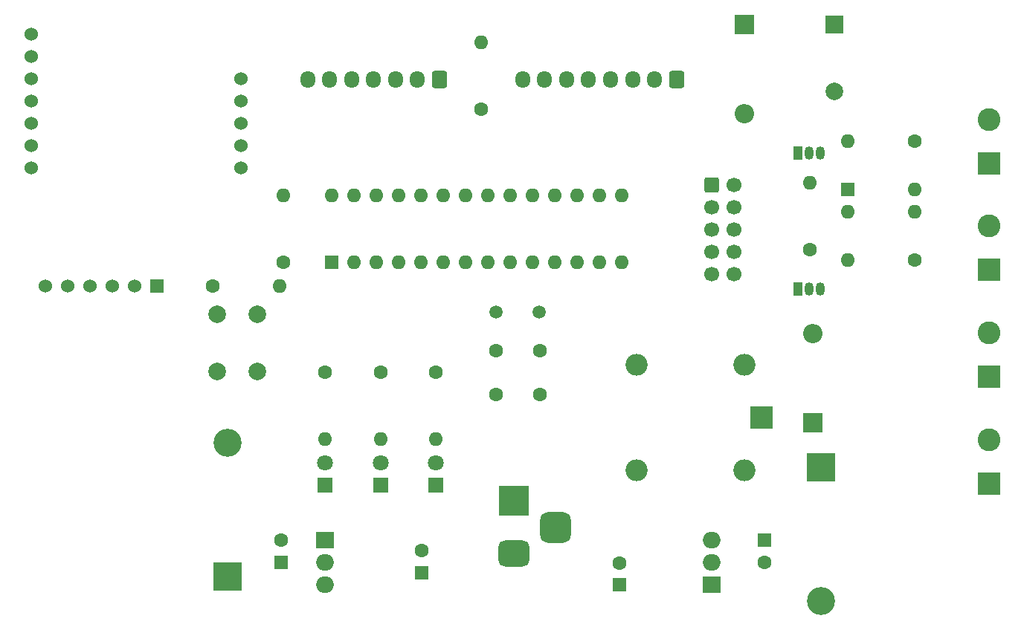
<source format=gbr>
%TF.GenerationSoftware,KiCad,Pcbnew,8.0.5*%
%TF.CreationDate,2024-11-10T22:18:13+02:00*%
%TF.ProjectId,LockBoard,4c6f636b-426f-4617-9264-2e6b69636164,rev?*%
%TF.SameCoordinates,Original*%
%TF.FileFunction,Copper,L1,Top*%
%TF.FilePolarity,Positive*%
%FSLAX46Y46*%
G04 Gerber Fmt 4.6, Leading zero omitted, Abs format (unit mm)*
G04 Created by KiCad (PCBNEW 8.0.5) date 2024-11-10 22:18:13*
%MOMM*%
%LPD*%
G01*
G04 APERTURE LIST*
G04 Aperture macros list*
%AMRoundRect*
0 Rectangle with rounded corners*
0 $1 Rounding radius*
0 $2 $3 $4 $5 $6 $7 $8 $9 X,Y pos of 4 corners*
0 Add a 4 corners polygon primitive as box body*
4,1,4,$2,$3,$4,$5,$6,$7,$8,$9,$2,$3,0*
0 Add four circle primitives for the rounded corners*
1,1,$1+$1,$2,$3*
1,1,$1+$1,$4,$5*
1,1,$1+$1,$6,$7*
1,1,$1+$1,$8,$9*
0 Add four rect primitives between the rounded corners*
20,1,$1+$1,$2,$3,$4,$5,0*
20,1,$1+$1,$4,$5,$6,$7,0*
20,1,$1+$1,$6,$7,$8,$9,0*
20,1,$1+$1,$8,$9,$2,$3,0*%
G04 Aperture macros list end*
%TA.AperFunction,ComponentPad*%
%ADD10R,1.600000X1.600000*%
%TD*%
%TA.AperFunction,ComponentPad*%
%ADD11C,1.600000*%
%TD*%
%TA.AperFunction,ComponentPad*%
%ADD12R,2.500000X2.500000*%
%TD*%
%TA.AperFunction,ComponentPad*%
%ADD13O,2.500000X2.500000*%
%TD*%
%TA.AperFunction,ComponentPad*%
%ADD14R,1.800000X1.800000*%
%TD*%
%TA.AperFunction,ComponentPad*%
%ADD15C,1.800000*%
%TD*%
%TA.AperFunction,ComponentPad*%
%ADD16R,2.600000X2.600000*%
%TD*%
%TA.AperFunction,ComponentPad*%
%ADD17C,2.600000*%
%TD*%
%TA.AperFunction,ComponentPad*%
%ADD18C,1.500000*%
%TD*%
%TA.AperFunction,ComponentPad*%
%ADD19R,3.500000X3.500000*%
%TD*%
%TA.AperFunction,ComponentPad*%
%ADD20RoundRect,0.750000X1.000000X-0.750000X1.000000X0.750000X-1.000000X0.750000X-1.000000X-0.750000X0*%
%TD*%
%TA.AperFunction,ComponentPad*%
%ADD21RoundRect,0.875000X0.875000X-0.875000X0.875000X0.875000X-0.875000X0.875000X-0.875000X-0.875000X0*%
%TD*%
%TA.AperFunction,ComponentPad*%
%ADD22O,1.600000X1.600000*%
%TD*%
%TA.AperFunction,ComponentPad*%
%ADD23R,2.200000X2.200000*%
%TD*%
%TA.AperFunction,ComponentPad*%
%ADD24O,2.200000X2.200000*%
%TD*%
%TA.AperFunction,ComponentPad*%
%ADD25R,1.050000X1.500000*%
%TD*%
%TA.AperFunction,ComponentPad*%
%ADD26O,1.050000X1.500000*%
%TD*%
%TA.AperFunction,ComponentPad*%
%ADD27R,3.200000X3.200000*%
%TD*%
%TA.AperFunction,ComponentPad*%
%ADD28O,3.200000X3.200000*%
%TD*%
%TA.AperFunction,ComponentPad*%
%ADD29R,2.000000X1.905000*%
%TD*%
%TA.AperFunction,ComponentPad*%
%ADD30O,2.000000X1.905000*%
%TD*%
%TA.AperFunction,ComponentPad*%
%ADD31C,2.000000*%
%TD*%
%TA.AperFunction,ComponentPad*%
%ADD32R,2.000000X2.000000*%
%TD*%
%TA.AperFunction,ComponentPad*%
%ADD33RoundRect,0.250000X0.600000X0.725000X-0.600000X0.725000X-0.600000X-0.725000X0.600000X-0.725000X0*%
%TD*%
%TA.AperFunction,ComponentPad*%
%ADD34O,1.700000X1.950000*%
%TD*%
%TA.AperFunction,ComponentPad*%
%ADD35RoundRect,0.250000X-0.600000X-0.600000X0.600000X-0.600000X0.600000X0.600000X-0.600000X0.600000X0*%
%TD*%
%TA.AperFunction,ComponentPad*%
%ADD36C,1.700000*%
%TD*%
%TA.AperFunction,ComponentPad*%
%ADD37C,1.524000*%
%TD*%
%TA.AperFunction,ComponentPad*%
%ADD38R,1.524000X1.524000*%
%TD*%
G04 APERTURE END LIST*
D10*
%TO.P,C4,1*%
%TO.N,+12V*%
X142500000Y-134540000D03*
D11*
%TO.P,C4,2*%
%TO.N,GND*%
X142500000Y-132040000D03*
%TD*%
D12*
%TO.P,K1,1*%
%TO.N,Net-(J8-Pin_1)*%
X158700000Y-115500000D03*
D13*
%TO.P,K1,2*%
%TO.N,Net-(D1-A)*%
X156700000Y-109500000D03*
%TO.P,K1,3*%
%TO.N,+12V*%
X144500000Y-109500000D03*
%TO.P,K1,4*%
%TO.N,GND*%
X144500000Y-121500000D03*
%TO.P,K1,5*%
%TO.N,+12V*%
X156700000Y-121500000D03*
%TD*%
D14*
%TO.P,D5,1,A*%
%TO.N,+12V*%
X115320375Y-123170000D03*
D15*
%TO.P,D5,2,K*%
%TO.N,Net-(D5-K)*%
X115320375Y-120630000D03*
%TD*%
D16*
%TO.P,MAGNETIC,1,Pin_1*%
%TO.N,/CLOSED_PROXIMITY*%
X184555000Y-123000000D03*
D17*
%TO.P,MAGNETIC,2,Pin_2*%
%TO.N,GND*%
X184555000Y-118000000D03*
%TD*%
D10*
%TO.P,C6,1*%
%TO.N,+3.3V*%
X104000000Y-131960000D03*
D11*
%TO.P,C6,2*%
%TO.N,GND*%
X104000000Y-129460000D03*
%TD*%
D18*
%TO.P,Y1,1,1*%
%TO.N,Net-(U1-XTAL2{slash}PB7)*%
X133380000Y-103500000D03*
%TO.P,Y1,2,2*%
%TO.N,Net-(U1-XTAL1{slash}PB6)*%
X128500000Y-103500000D03*
%TD*%
D19*
%TO.P,J1,1*%
%TO.N,+12V*%
X130500000Y-125000000D03*
D20*
%TO.P,J1,2*%
%TO.N,GND*%
X130500000Y-131000000D03*
D21*
%TO.P,J1,3*%
X135200000Y-128000000D03*
%TD*%
D11*
%TO.P,R7,1*%
%TO.N,GND*%
X109000000Y-110310000D03*
D22*
%TO.P,R7,2*%
%TO.N,Net-(D7-K)*%
X109000000Y-117930000D03*
%TD*%
D11*
%TO.P,C1,1*%
%TO.N,Net-(U1-XTAL1{slash}PB6)*%
X128490000Y-107880000D03*
%TO.P,C1,2*%
%TO.N,GND*%
X128490000Y-112880000D03*
%TD*%
%TO.P,R1,1*%
%TO.N,/RESET*%
X104250000Y-97810000D03*
D22*
%TO.P,R1,2*%
%TO.N,+5V*%
X104250000Y-90190000D03*
%TD*%
D23*
%TO.P,D1,1,K*%
%TO.N,+12V*%
X164500000Y-116080000D03*
D24*
%TO.P,D1,2,A*%
%TO.N,Net-(D1-A)*%
X164500000Y-105920000D03*
%TD*%
D16*
%TO.P,J6,1,Pin_1*%
%TO.N,/CLOSE_LIMIT*%
X184555000Y-98666666D03*
D17*
%TO.P,J6,2,Pin_2*%
%TO.N,GND*%
X184555000Y-93666666D03*
%TD*%
D25*
%TO.P,Q1,1,C*%
%TO.N,Net-(D1-A)*%
X162875000Y-100860000D03*
D26*
%TO.P,Q1,2,B*%
%TO.N,Net-(Q1-B)*%
X164145000Y-100860000D03*
%TO.P,Q1,3,E*%
%TO.N,GND*%
X165415000Y-100860000D03*
%TD*%
D27*
%TO.P,D3,1,K*%
%TO.N,+3.3V*%
X97859250Y-133620000D03*
D28*
%TO.P,D3,2,A*%
%TO.N,GND*%
X97859250Y-118380000D03*
%TD*%
D29*
%TO.P,U4,1,GND*%
%TO.N,GND*%
X109000000Y-129460000D03*
D30*
%TO.P,U4,2,VO*%
%TO.N,+3.3V*%
X109000000Y-132000000D03*
%TO.P,U4,3,VI*%
%TO.N,+12V*%
X109000000Y-134540000D03*
%TD*%
D31*
%TO.P,SW1,1,1*%
%TO.N,GND*%
X96750000Y-110250000D03*
X96750000Y-103750000D03*
%TO.P,SW1,2,2*%
%TO.N,/RESET*%
X101250000Y-110250000D03*
X101250000Y-103750000D03*
%TD*%
D11*
%TO.P,R6,1*%
%TO.N,GND*%
X121640750Y-110310000D03*
D22*
%TO.P,R6,2*%
%TO.N,Net-(D6-K)*%
X121640750Y-117930000D03*
%TD*%
D11*
%TO.P,R10,1*%
%TO.N,/SD_CS*%
X96190000Y-100500000D03*
D22*
%TO.P,R10,2*%
X103810000Y-100500000D03*
%TD*%
D10*
%TO.P,C5,1*%
%TO.N,+12V*%
X120000000Y-133152651D03*
D11*
%TO.P,C5,2*%
%TO.N,GND*%
X120000000Y-130652651D03*
%TD*%
D14*
%TO.P,D6,1,A*%
%TO.N,+5V*%
X121640750Y-123170000D03*
D15*
%TO.P,D6,2,K*%
%TO.N,Net-(D6-K)*%
X121640750Y-120630000D03*
%TD*%
D32*
%TO.P,BZ1,1,+*%
%TO.N,+12V*%
X167000000Y-70700000D03*
D31*
%TO.P,BZ1,2,-*%
%TO.N,Net-(BZ1--)*%
X167000000Y-78300000D03*
%TD*%
D23*
%TO.P,D4,1,K*%
%TO.N,+12V*%
X156730000Y-70700000D03*
D24*
%TO.P,D4,2,A*%
%TO.N,Net-(BZ1--)*%
X156730000Y-80860000D03*
%TD*%
D11*
%TO.P,R5,1*%
%TO.N,GND*%
X115320375Y-110310000D03*
D22*
%TO.P,R5,2*%
%TO.N,Net-(D5-K)*%
X115320375Y-117930000D03*
%TD*%
D16*
%TO.P,J5,1,Pin_1*%
%TO.N,/OPEN_LIMIT*%
X184555000Y-86500000D03*
D17*
%TO.P,J5,2,Pin_2*%
%TO.N,GND*%
X184555000Y-81500000D03*
%TD*%
D27*
%TO.P,D2,1,K*%
%TO.N,+5V*%
X165500000Y-121150000D03*
D28*
%TO.P,D2,2,A*%
%TO.N,GND*%
X165500000Y-136390000D03*
%TD*%
D33*
%TO.P,U5,1,VCC*%
%TO.N,+3.3V*%
X149000000Y-77000000D03*
D34*
%TO.P,U5,2,RST*%
%TO.N,/RFID_RST*%
X146500000Y-77000000D03*
%TO.P,U5,3,GND*%
%TO.N,GND*%
X144000000Y-77000000D03*
%TO.P,U5,4,IRQ*%
%TO.N,unconnected-(U5-IRQ-Pad4)*%
X141500000Y-77000000D03*
%TO.P,U5,5,MISO/SCL/TX*%
%TO.N,/MISO*%
X139000000Y-77000000D03*
%TO.P,U5,6,MOSI*%
%TO.N,/MOSI*%
X136500000Y-77000000D03*
%TO.P,U5,7,SCK*%
%TO.N,/SPI_SCK*%
X134000000Y-77000000D03*
%TO.P,U5,8,SS/SDA/RX*%
%TO.N,/SPI_SDA*%
X131500000Y-77000000D03*
%TD*%
D35*
%TO.P,J7,1,Pin_1*%
%TO.N,/MOSI*%
X153000000Y-89000000D03*
D36*
%TO.P,J7,2,Pin_2*%
%TO.N,+5V*%
X155540000Y-89000000D03*
%TO.P,J7,3,Pin_3*%
%TO.N,unconnected-(J7-Pin_3-Pad3)*%
X153000000Y-91540000D03*
%TO.P,J7,4,Pin_4*%
%TO.N,unconnected-(J7-Pin_4-Pad4)*%
X155540000Y-91540000D03*
%TO.P,J7,5,Pin_5*%
%TO.N,/RESET*%
X153000000Y-94080000D03*
%TO.P,J7,6,Pin_6*%
%TO.N,unconnected-(J7-Pin_6-Pad6)*%
X155540000Y-94080000D03*
%TO.P,J7,7,Pin_7*%
%TO.N,/SPI_SCK*%
X153000000Y-96620000D03*
%TO.P,J7,8,Pin_8*%
%TO.N,GND*%
X155540000Y-96620000D03*
%TO.P,J7,9,Pin_9*%
%TO.N,/MISO*%
X153000000Y-99160000D03*
%TO.P,J7,10,Pin_10*%
%TO.N,GND*%
X155540000Y-99160000D03*
%TD*%
D10*
%TO.P,C3,1*%
%TO.N,+5V*%
X159000000Y-129460000D03*
D11*
%TO.P,C3,2*%
%TO.N,GND*%
X159000000Y-131960000D03*
%TD*%
%TO.P,R4,1*%
%TO.N,/BUZZER*%
X164165000Y-96310000D03*
D22*
%TO.P,R4,2*%
%TO.N,Net-(Q2-B)*%
X164165000Y-88690000D03*
%TD*%
D37*
%TO.P,J9,1,Pin_1*%
%TO.N,unconnected-(J9-Pin_1-Pad1)*%
X75530000Y-87000000D03*
%TO.P,J9,2,Pin_2*%
%TO.N,unconnected-(J9-Pin_2-Pad2)*%
X75530000Y-84460000D03*
%TO.P,J9,3,Pin_3*%
%TO.N,unconnected-(J9-Pin_3-Pad3)*%
X75530000Y-81920000D03*
%TO.P,J9,4,Pin_4*%
%TO.N,unconnected-(J9-Pin_4-Pad4)*%
X75530000Y-79380000D03*
%TO.P,J9,5,Pin_5*%
%TO.N,unconnected-(J9-Pin_5-Pad5)*%
X75530000Y-76840000D03*
%TO.P,J9,6,Pin_6*%
%TO.N,unconnected-(J9-Pin_6-Pad6)*%
X75530000Y-74300000D03*
%TO.P,J9,7,Pin_7*%
%TO.N,unconnected-(J9-Pin_7-Pad7)*%
X75530000Y-71760000D03*
%TO.P,J9,8,Pin_8*%
%TO.N,GND*%
X99430000Y-87000000D03*
%TO.P,J9,9,Pin_9*%
%TO.N,+5V*%
X99430000Y-84460000D03*
%TO.P,J9,10,Pin_10*%
%TO.N,/I2C_SDA*%
X99430000Y-81920000D03*
%TO.P,J9,11,Pin_11*%
%TO.N,/I2C_SCL*%
X99430000Y-79380000D03*
%TO.P,J9,12,Pin_12*%
%TO.N,unconnected-(J9-Pin_12-Pad12)*%
X99430000Y-76840000D03*
%TD*%
D10*
%TO.P,U1,1,~{RESET}/PC6*%
%TO.N,/RESET*%
X109730000Y-97810000D03*
D22*
%TO.P,U1,2,PD0*%
%TO.N,/SD_CS*%
X112270000Y-97810000D03*
%TO.P,U1,3,PD1*%
%TO.N,/COL1*%
X114810000Y-97810000D03*
%TO.P,U1,4,PD2*%
%TO.N,/ROW4*%
X117350000Y-97810000D03*
%TO.P,U1,5,PD3*%
%TO.N,/COL3*%
X119890000Y-97810000D03*
%TO.P,U1,6,PD4*%
%TO.N,/OPEN_LIMIT*%
X122430000Y-97810000D03*
%TO.P,U1,7,VCC*%
%TO.N,+5V*%
X124970000Y-97810000D03*
%TO.P,U1,8,GND*%
%TO.N,GND*%
X127510000Y-97810000D03*
%TO.P,U1,9,XTAL1/PB6*%
%TO.N,Net-(U1-XTAL1{slash}PB6)*%
X130050000Y-97810000D03*
%TO.P,U1,10,XTAL2/PB7*%
%TO.N,Net-(U1-XTAL2{slash}PB7)*%
X132590000Y-97810000D03*
%TO.P,U1,11,PD5*%
%TO.N,/BUZZER*%
X135130000Y-97810000D03*
%TO.P,U1,12,PD6*%
%TO.N,/CLOSED_PROXIMITY*%
X137670000Y-97810000D03*
%TO.P,U1,13,PD7*%
%TO.N,/RELAY*%
X140210000Y-97810000D03*
%TO.P,U1,14,PB0*%
%TO.N,/CLOSE_LIMIT*%
X142750000Y-97810000D03*
%TO.P,U1,15,PB1*%
%TO.N,/RFID_RST*%
X142750000Y-90190000D03*
%TO.P,U1,16,PB2*%
%TO.N,/SPI_SDA*%
X140210000Y-90190000D03*
%TO.P,U1,17,PB3*%
%TO.N,/MOSI*%
X137670000Y-90190000D03*
%TO.P,U1,18,PB4*%
%TO.N,/MISO*%
X135130000Y-90190000D03*
%TO.P,U1,19,PB5*%
%TO.N,/SPI_SCK*%
X132590000Y-90190000D03*
%TO.P,U1,20,AVCC*%
%TO.N,+5V*%
X130050000Y-90190000D03*
%TO.P,U1,21,AREF*%
%TO.N,unconnected-(U1-AREF-Pad21)*%
X127510000Y-90190000D03*
%TO.P,U1,22,GND*%
%TO.N,GND*%
X124970000Y-90190000D03*
%TO.P,U1,23,PC0*%
%TO.N,/ROW3*%
X122430000Y-90190000D03*
%TO.P,U1,24,PC1*%
%TO.N,/ROW2*%
X119890000Y-90190000D03*
%TO.P,U1,25,PC2*%
%TO.N,/ROW1*%
X117350000Y-90190000D03*
%TO.P,U1,26,PC3*%
%TO.N,/COL2*%
X114810000Y-90190000D03*
%TO.P,U1,27,PC4*%
%TO.N,/I2C_SDA*%
X112270000Y-90190000D03*
%TO.P,U1,28,PC5*%
%TO.N,/I2C_SCL*%
X109730000Y-90190000D03*
%TD*%
D10*
%TO.P,U2,1*%
%TO.N,Net-(R3-Pad2)*%
X168490000Y-89500000D03*
D22*
%TO.P,U2,2*%
%TO.N,GND*%
X168490000Y-92040000D03*
%TO.P,U2,3*%
%TO.N,Net-(R2-Pad1)*%
X176110000Y-92040000D03*
%TO.P,U2,4*%
%TO.N,+12V*%
X176110000Y-89500000D03*
%TD*%
D14*
%TO.P,D7,1,A*%
%TO.N,+3.3V*%
X109000000Y-123170000D03*
D15*
%TO.P,D7,2,K*%
%TO.N,Net-(D7-K)*%
X109000000Y-120630000D03*
%TD*%
D16*
%TO.P,J8,1,Pin_1*%
%TO.N,Net-(J8-Pin_1)*%
X184555000Y-110833332D03*
D17*
%TO.P,J8,2,Pin_2*%
%TO.N,GND*%
X184555000Y-105833332D03*
%TD*%
D11*
%TO.P,R11,1*%
%TO.N,GND*%
X126750000Y-80370000D03*
D22*
%TO.P,R11,2*%
X126750000Y-72750000D03*
%TD*%
D25*
%TO.P,Q2,1,C*%
%TO.N,Net-(BZ1--)*%
X162875000Y-85360000D03*
D26*
%TO.P,Q2,2,B*%
%TO.N,Net-(Q2-B)*%
X164145000Y-85360000D03*
%TO.P,Q2,3,E*%
%TO.N,GND*%
X165415000Y-85360000D03*
%TD*%
D11*
%TO.P,R3,1*%
%TO.N,/RELAY*%
X176140000Y-84000000D03*
D22*
%TO.P,R3,2*%
%TO.N,Net-(R3-Pad2)*%
X168520000Y-84000000D03*
%TD*%
D11*
%TO.P,C2,1*%
%TO.N,Net-(U1-XTAL2{slash}PB7)*%
X133490000Y-107880000D03*
%TO.P,C2,2*%
%TO.N,GND*%
X133490000Y-112880000D03*
%TD*%
%TO.P,R2,1*%
%TO.N,Net-(R2-Pad1)*%
X176140000Y-97550000D03*
D22*
%TO.P,R2,2*%
%TO.N,Net-(Q1-B)*%
X168520000Y-97550000D03*
%TD*%
D29*
%TO.P,U3,1,IN*%
%TO.N,+12V*%
X153000000Y-134540000D03*
D30*
%TO.P,U3,2,GND*%
%TO.N,GND*%
X153000000Y-132000000D03*
%TO.P,U3,3,OUT*%
%TO.N,+5V*%
X153000000Y-129460000D03*
%TD*%
D38*
%TO.P,J2,1,Pin_1*%
%TO.N,/SD_CS*%
X89850000Y-100500000D03*
D37*
%TO.P,J2,2,Pin_2*%
%TO.N,/SPI_SCK*%
X87310000Y-100500000D03*
%TO.P,J2,3,Pin_3*%
%TO.N,/MOSI*%
X84770000Y-100500000D03*
%TO.P,J2,4,Pin_4*%
%TO.N,/MISO*%
X82230000Y-100500000D03*
%TO.P,J2,5,Pin_5*%
%TO.N,+5V*%
X79690000Y-100500000D03*
%TO.P,J2,6,Pin_6*%
%TO.N,GND*%
X77150000Y-100500000D03*
%TD*%
D33*
%TO.P,MOD1,1,D*%
%TO.N,/COL1*%
X122000000Y-77000000D03*
D34*
%TO.P,MOD1,2,E*%
%TO.N,/COL2*%
X119500000Y-77000000D03*
%TO.P,MOD1,3,F*%
%TO.N,/COL3*%
X117000000Y-77000000D03*
%TO.P,MOD1,4,G*%
%TO.N,/ROW4*%
X114500000Y-77000000D03*
%TO.P,MOD1,5,H*%
%TO.N,/ROW3*%
X112000000Y-77000000D03*
%TO.P,MOD1,6,J*%
%TO.N,/ROW2*%
X109500000Y-77000000D03*
%TO.P,MOD1,7,K*%
%TO.N,/ROW1*%
X107000000Y-77000000D03*
%TD*%
M02*

</source>
